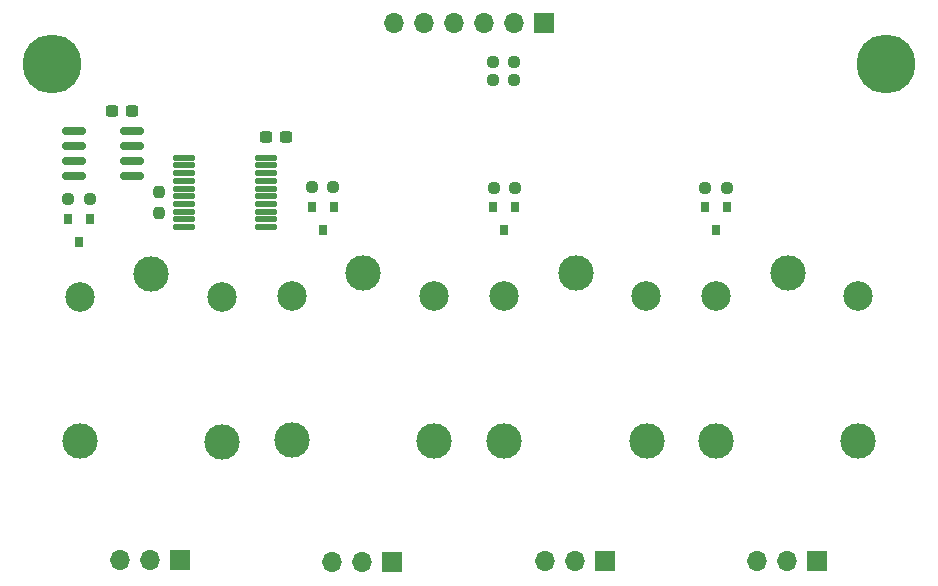
<source format=gts>
G04 #@! TF.GenerationSoftware,KiCad,Pcbnew,7.0.11-2.fc39*
G04 #@! TF.CreationDate,2024-06-06T09:07:33+02:00*
G04 #@! TF.ProjectId,four_relays_extension,666f7572-5f72-4656-9c61-79735f657874,1.0*
G04 #@! TF.SameCoordinates,Original*
G04 #@! TF.FileFunction,Soldermask,Top*
G04 #@! TF.FilePolarity,Negative*
%FSLAX46Y46*%
G04 Gerber Fmt 4.6, Leading zero omitted, Abs format (unit mm)*
G04 Created by KiCad (PCBNEW 7.0.11-2.fc39) date 2024-06-06 09:07:33*
%MOMM*%
%LPD*%
G01*
G04 APERTURE LIST*
G04 Aperture macros list*
%AMRoundRect*
0 Rectangle with rounded corners*
0 $1 Rounding radius*
0 $2 $3 $4 $5 $6 $7 $8 $9 X,Y pos of 4 corners*
0 Add a 4 corners polygon primitive as box body*
4,1,4,$2,$3,$4,$5,$6,$7,$8,$9,$2,$3,0*
0 Add four circle primitives for the rounded corners*
1,1,$1+$1,$2,$3*
1,1,$1+$1,$4,$5*
1,1,$1+$1,$6,$7*
1,1,$1+$1,$8,$9*
0 Add four rect primitives between the rounded corners*
20,1,$1+$1,$2,$3,$4,$5,0*
20,1,$1+$1,$4,$5,$6,$7,0*
20,1,$1+$1,$6,$7,$8,$9,0*
20,1,$1+$1,$8,$9,$2,$3,0*%
G04 Aperture macros list end*
%ADD10RoundRect,0.237500X-0.237500X0.250000X-0.237500X-0.250000X0.237500X-0.250000X0.237500X0.250000X0*%
%ADD11RoundRect,0.237500X0.250000X0.237500X-0.250000X0.237500X-0.250000X-0.237500X0.250000X-0.237500X0*%
%ADD12C,3.000000*%
%ADD13C,2.500000*%
%ADD14O,5.000000X5.000000*%
%ADD15R,1.700000X1.700000*%
%ADD16O,1.700000X1.700000*%
%ADD17RoundRect,0.150000X-0.825000X-0.150000X0.825000X-0.150000X0.825000X0.150000X-0.825000X0.150000X0*%
%ADD18RoundRect,0.237500X-0.300000X-0.237500X0.300000X-0.237500X0.300000X0.237500X-0.300000X0.237500X0*%
%ADD19R,0.800000X0.900000*%
%ADD20RoundRect,0.237500X0.300000X0.237500X-0.300000X0.237500X-0.300000X-0.237500X0.300000X-0.237500X0*%
%ADD21O,0.100000X0.100000*%
%ADD22RoundRect,0.125000X-0.825000X-0.125000X0.825000X-0.125000X0.825000X0.125000X-0.825000X0.125000X0*%
G04 APERTURE END LIST*
D10*
X115011200Y-67311900D03*
X115011200Y-69136900D03*
D11*
X145133700Y-57912000D03*
X143308700Y-57912000D03*
X145186400Y-67056000D03*
X143361400Y-67056000D03*
X109169200Y-67945000D03*
X107344200Y-67945000D03*
D12*
X150322000Y-74250000D03*
D13*
X144272000Y-76200000D03*
D12*
X144272000Y-88400000D03*
X156322000Y-88450000D03*
D13*
X156272000Y-76200000D03*
D14*
X176631600Y-56489600D03*
D15*
X134772400Y-98679000D03*
D16*
X132232400Y-98679000D03*
X129692400Y-98679000D03*
D17*
X107800600Y-62179200D03*
X107800600Y-63449200D03*
X107800600Y-64719200D03*
X107800600Y-65989200D03*
X112750600Y-65989200D03*
X112750600Y-64719200D03*
X112750600Y-63449200D03*
X112750600Y-62179200D03*
D12*
X114381000Y-74319000D03*
D13*
X108331000Y-76269000D03*
D12*
X108331000Y-88469000D03*
X120381000Y-88519000D03*
D13*
X120331000Y-76269000D03*
D18*
X124055800Y-62687200D03*
X125780800Y-62687200D03*
D12*
X168254400Y-74250000D03*
D13*
X162204400Y-76200000D03*
D12*
X162204400Y-88400000D03*
X174254400Y-88450000D03*
D13*
X174204400Y-76200000D03*
D19*
X109230200Y-69628000D03*
X107330200Y-69628000D03*
X108280200Y-71628000D03*
D20*
X112748400Y-60502800D03*
X111023400Y-60502800D03*
D21*
X105968800Y-98501200D03*
D19*
X145222000Y-68612000D03*
X143322000Y-68612000D03*
X144272000Y-70612000D03*
D15*
X147675600Y-53086000D03*
D16*
X145135600Y-53086000D03*
X142595600Y-53086000D03*
X140055600Y-53086000D03*
X137515600Y-53086000D03*
X134975600Y-53086000D03*
D12*
X132338800Y-74242000D03*
D13*
X126288800Y-76192000D03*
D12*
X126288800Y-88392000D03*
X138338800Y-88442000D03*
D13*
X138288800Y-76192000D03*
D21*
X176631600Y-98602800D03*
D22*
X117129800Y-64457200D03*
X117129800Y-65107200D03*
X117129800Y-65757200D03*
X117129800Y-66407200D03*
X117129800Y-67057200D03*
X117129800Y-67707200D03*
X117129800Y-68357200D03*
X117129800Y-69007200D03*
X117129800Y-69657200D03*
X117129800Y-70307200D03*
X124129800Y-70307200D03*
X124129800Y-69657200D03*
X124129800Y-69007200D03*
X124129800Y-68357200D03*
X124129800Y-67707200D03*
X124129800Y-67057200D03*
X124129800Y-66407200D03*
X124129800Y-65757200D03*
X124129800Y-65107200D03*
X124129800Y-64457200D03*
D15*
X116840000Y-98552000D03*
D16*
X114300000Y-98552000D03*
X111760000Y-98552000D03*
D11*
X129794000Y-66929000D03*
X127969000Y-66929000D03*
D15*
X170789600Y-98602800D03*
D16*
X168249600Y-98602800D03*
X165709600Y-98602800D03*
D19*
X129855000Y-68612000D03*
X127955000Y-68612000D03*
X128905000Y-70612000D03*
D14*
X105968800Y-56489600D03*
D15*
X152806400Y-98602800D03*
D16*
X150266400Y-98602800D03*
X147726400Y-98602800D03*
D19*
X163154400Y-68612000D03*
X161254400Y-68612000D03*
X162204400Y-70612000D03*
D11*
X145131800Y-56337200D03*
X143306800Y-56337200D03*
X163118800Y-67056000D03*
X161293800Y-67056000D03*
M02*

</source>
